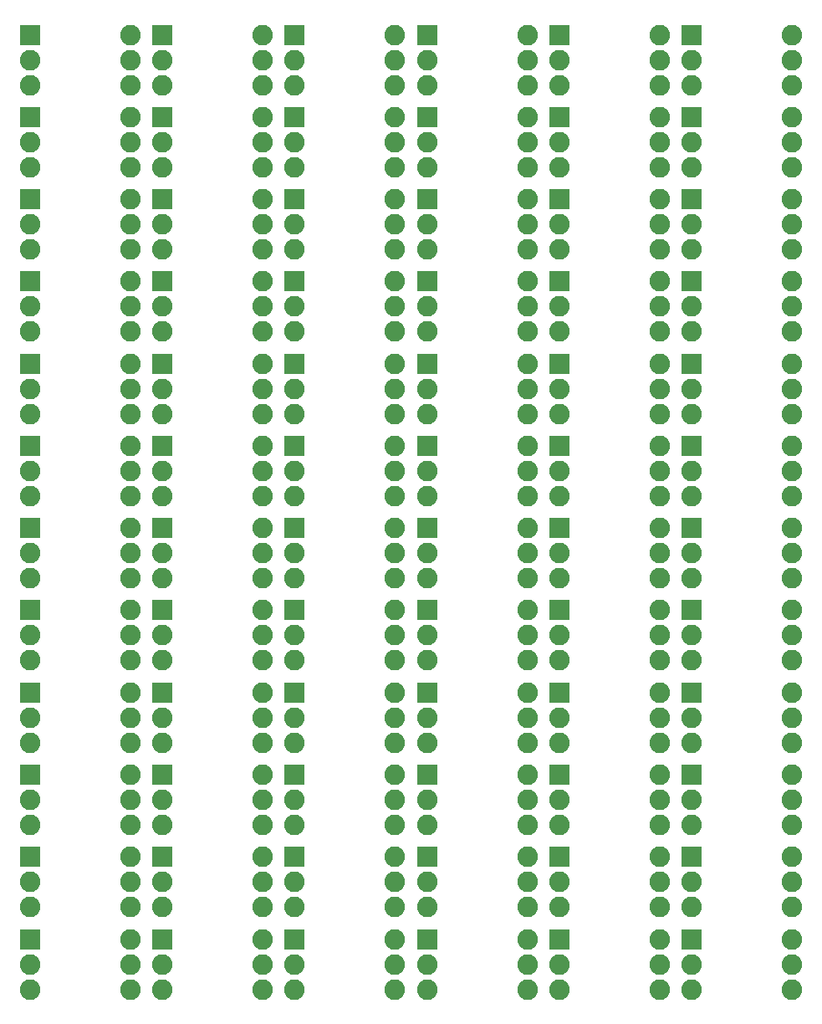
<source format=gbs>
G75*
%MOIN*%
%OFA0B0*%
%FSLAX24Y24*%
%IPPOS*%
%LPD*%
%AMOC8*
5,1,8,0,0,1.08239X$1,22.5*
%
%ADD10R,0.0820X0.0820*%
%ADD11C,0.0820*%
D10*
X002180Y002800D03*
X002180Y006076D03*
X002180Y009351D03*
X002180Y012627D03*
X002180Y015902D03*
X002180Y019178D03*
X002180Y022454D03*
X002180Y025729D03*
X002180Y029005D03*
X002180Y032280D03*
X002180Y035556D03*
X002180Y038831D03*
X007455Y038831D03*
X007455Y035556D03*
X007455Y032280D03*
X007455Y029005D03*
X007455Y025729D03*
X007455Y022454D03*
X007455Y019178D03*
X007455Y015902D03*
X007455Y012627D03*
X007455Y009351D03*
X007455Y006076D03*
X007455Y002800D03*
X012731Y002800D03*
X012731Y006076D03*
X012731Y009351D03*
X012731Y012627D03*
X012731Y015902D03*
X012731Y019178D03*
X012731Y022454D03*
X012731Y025729D03*
X012731Y029005D03*
X012731Y032280D03*
X012731Y035556D03*
X012731Y038831D03*
X018007Y038831D03*
X018007Y035556D03*
X018007Y032280D03*
X018007Y029005D03*
X018007Y025729D03*
X018007Y022454D03*
X018007Y019178D03*
X018007Y015902D03*
X018007Y012627D03*
X018007Y009351D03*
X018007Y006076D03*
X018007Y002800D03*
X023282Y002800D03*
X023282Y006076D03*
X023282Y009351D03*
X023282Y012627D03*
X023282Y015902D03*
X023282Y019178D03*
X023282Y022454D03*
X023282Y025729D03*
X023282Y029005D03*
X023282Y032280D03*
X023282Y035556D03*
X023282Y038831D03*
X028558Y038831D03*
X028558Y035556D03*
X028558Y032280D03*
X028558Y029005D03*
X028558Y025729D03*
X028558Y022454D03*
X028558Y019178D03*
X028558Y015902D03*
X028558Y012627D03*
X028558Y009351D03*
X028558Y006076D03*
X028558Y002800D03*
D11*
X002180Y000800D03*
X002180Y001800D03*
X002180Y004076D03*
X002180Y005076D03*
X002180Y007351D03*
X002180Y008351D03*
X002180Y010627D03*
X002180Y011627D03*
X002180Y013902D03*
X002180Y014902D03*
X002180Y017178D03*
X002180Y018178D03*
X002180Y020454D03*
X002180Y021454D03*
X002180Y023729D03*
X002180Y024729D03*
X002180Y027005D03*
X002180Y028005D03*
X002180Y030280D03*
X002180Y031280D03*
X002180Y033556D03*
X002180Y034556D03*
X002180Y036831D03*
X002180Y037831D03*
X006180Y037831D03*
X006180Y036831D03*
X006180Y035556D03*
X006180Y034556D03*
X006180Y033556D03*
X006180Y032280D03*
X006180Y031280D03*
X006180Y030280D03*
X006180Y029005D03*
X006180Y028005D03*
X006180Y027005D03*
X006180Y025729D03*
X006180Y024729D03*
X006180Y023729D03*
X007455Y023729D03*
X007455Y024729D03*
X007455Y027005D03*
X007455Y028005D03*
X007455Y030280D03*
X007455Y031280D03*
X007455Y033556D03*
X007455Y034556D03*
X007455Y036831D03*
X007455Y037831D03*
X006180Y038831D03*
X011455Y038831D03*
X011455Y037831D03*
X011455Y036831D03*
X011455Y035556D03*
X011455Y034556D03*
X011455Y033556D03*
X011455Y032280D03*
X011455Y031280D03*
X011455Y030280D03*
X011455Y029005D03*
X011455Y028005D03*
X011455Y027005D03*
X011455Y025729D03*
X011455Y024729D03*
X011455Y023729D03*
X011455Y022454D03*
X011455Y021454D03*
X011455Y020454D03*
X011455Y019178D03*
X011455Y018178D03*
X011455Y017178D03*
X011455Y015902D03*
X011455Y014902D03*
X011455Y013902D03*
X011455Y012627D03*
X011455Y011627D03*
X011455Y010627D03*
X011455Y009351D03*
X011455Y008351D03*
X011455Y007351D03*
X011455Y006076D03*
X011455Y005076D03*
X011455Y004076D03*
X011455Y002800D03*
X011455Y001800D03*
X011455Y000800D03*
X012731Y000800D03*
X012731Y001800D03*
X012731Y004076D03*
X012731Y005076D03*
X012731Y007351D03*
X012731Y008351D03*
X012731Y010627D03*
X012731Y011627D03*
X012731Y013902D03*
X012731Y014902D03*
X012731Y017178D03*
X012731Y018178D03*
X012731Y020454D03*
X012731Y021454D03*
X012731Y023729D03*
X012731Y024729D03*
X012731Y027005D03*
X012731Y028005D03*
X012731Y030280D03*
X012731Y031280D03*
X012731Y033556D03*
X012731Y034556D03*
X012731Y036831D03*
X012731Y037831D03*
X016731Y037831D03*
X016731Y036831D03*
X016731Y035556D03*
X016731Y034556D03*
X016731Y033556D03*
X018007Y033556D03*
X018007Y034556D03*
X018007Y036831D03*
X018007Y037831D03*
X016731Y038831D03*
X022007Y038831D03*
X022007Y037831D03*
X022007Y036831D03*
X022007Y035556D03*
X022007Y034556D03*
X022007Y033556D03*
X022007Y032280D03*
X022007Y031280D03*
X022007Y030280D03*
X022007Y029005D03*
X022007Y028005D03*
X022007Y027005D03*
X022007Y025729D03*
X022007Y024729D03*
X022007Y023729D03*
X023282Y023729D03*
X023282Y024729D03*
X023282Y027005D03*
X023282Y028005D03*
X023282Y030280D03*
X023282Y031280D03*
X023282Y033556D03*
X023282Y034556D03*
X023282Y036831D03*
X023282Y037831D03*
X027282Y037831D03*
X027282Y036831D03*
X027282Y035556D03*
X027282Y034556D03*
X027282Y033556D03*
X027282Y032280D03*
X027282Y031280D03*
X027282Y030280D03*
X027282Y029005D03*
X027282Y028005D03*
X027282Y027005D03*
X027282Y025729D03*
X027282Y024729D03*
X027282Y023729D03*
X027282Y022454D03*
X027282Y021454D03*
X027282Y020454D03*
X027282Y019178D03*
X027282Y018178D03*
X027282Y017178D03*
X027282Y015902D03*
X027282Y014902D03*
X027282Y013902D03*
X027282Y012627D03*
X027282Y011627D03*
X027282Y010627D03*
X027282Y009351D03*
X027282Y008351D03*
X027282Y007351D03*
X027282Y006076D03*
X027282Y005076D03*
X027282Y004076D03*
X027282Y002800D03*
X027282Y001800D03*
X027282Y000800D03*
X028558Y000800D03*
X028558Y001800D03*
X028558Y004076D03*
X028558Y005076D03*
X028558Y007351D03*
X028558Y008351D03*
X028558Y010627D03*
X028558Y011627D03*
X028558Y013902D03*
X028558Y014902D03*
X028558Y017178D03*
X028558Y018178D03*
X028558Y020454D03*
X028558Y021454D03*
X028558Y023729D03*
X028558Y024729D03*
X028558Y027005D03*
X028558Y028005D03*
X028558Y030280D03*
X028558Y031280D03*
X028558Y033556D03*
X028558Y034556D03*
X028558Y036831D03*
X028558Y037831D03*
X027282Y038831D03*
X032558Y038831D03*
X032558Y037831D03*
X032558Y036831D03*
X032558Y035556D03*
X032558Y034556D03*
X032558Y033556D03*
X032558Y032280D03*
X032558Y031280D03*
X032558Y030280D03*
X032558Y029005D03*
X032558Y028005D03*
X032558Y027005D03*
X032558Y025729D03*
X032558Y024729D03*
X032558Y023729D03*
X032558Y022454D03*
X032558Y021454D03*
X032558Y020454D03*
X032558Y019178D03*
X032558Y018178D03*
X032558Y017178D03*
X032558Y015902D03*
X032558Y014902D03*
X032558Y013902D03*
X032558Y012627D03*
X032558Y011627D03*
X032558Y010627D03*
X032558Y009351D03*
X032558Y008351D03*
X032558Y007351D03*
X032558Y006076D03*
X032558Y005076D03*
X032558Y004076D03*
X032558Y002800D03*
X032558Y001800D03*
X032558Y000800D03*
X023282Y000800D03*
X023282Y001800D03*
X022007Y001800D03*
X022007Y000800D03*
X022007Y002800D03*
X022007Y004076D03*
X022007Y005076D03*
X022007Y006076D03*
X022007Y007351D03*
X022007Y008351D03*
X022007Y009351D03*
X022007Y010627D03*
X022007Y011627D03*
X022007Y012627D03*
X022007Y013902D03*
X022007Y014902D03*
X022007Y015902D03*
X022007Y017178D03*
X022007Y018178D03*
X022007Y019178D03*
X022007Y020454D03*
X022007Y021454D03*
X022007Y022454D03*
X023282Y021454D03*
X023282Y020454D03*
X023282Y018178D03*
X023282Y017178D03*
X023282Y014902D03*
X023282Y013902D03*
X023282Y011627D03*
X023282Y010627D03*
X023282Y008351D03*
X023282Y007351D03*
X023282Y005076D03*
X023282Y004076D03*
X018007Y004076D03*
X018007Y005076D03*
X016731Y005076D03*
X016731Y004076D03*
X016731Y002800D03*
X016731Y001800D03*
X016731Y000800D03*
X018007Y000800D03*
X018007Y001800D03*
X016731Y006076D03*
X016731Y007351D03*
X016731Y008351D03*
X016731Y009351D03*
X016731Y010627D03*
X016731Y011627D03*
X016731Y012627D03*
X018007Y011627D03*
X018007Y010627D03*
X018007Y008351D03*
X018007Y007351D03*
X018007Y013902D03*
X018007Y014902D03*
X016731Y014902D03*
X016731Y013902D03*
X016731Y015902D03*
X016731Y017178D03*
X016731Y018178D03*
X016731Y019178D03*
X016731Y020454D03*
X016731Y021454D03*
X016731Y022454D03*
X018007Y021454D03*
X018007Y020454D03*
X018007Y018178D03*
X018007Y017178D03*
X018007Y023729D03*
X018007Y024729D03*
X016731Y024729D03*
X016731Y023729D03*
X016731Y025729D03*
X016731Y027005D03*
X016731Y028005D03*
X016731Y029005D03*
X016731Y030280D03*
X016731Y031280D03*
X016731Y032280D03*
X018007Y031280D03*
X018007Y030280D03*
X018007Y028005D03*
X018007Y027005D03*
X007455Y021454D03*
X007455Y020454D03*
X006180Y020454D03*
X006180Y021454D03*
X006180Y022454D03*
X006180Y019178D03*
X006180Y018178D03*
X006180Y017178D03*
X006180Y015902D03*
X006180Y014902D03*
X006180Y013902D03*
X006180Y012627D03*
X006180Y011627D03*
X006180Y010627D03*
X006180Y009351D03*
X006180Y008351D03*
X006180Y007351D03*
X006180Y006076D03*
X006180Y005076D03*
X006180Y004076D03*
X006180Y002800D03*
X006180Y001800D03*
X006180Y000800D03*
X007455Y000800D03*
X007455Y001800D03*
X007455Y004076D03*
X007455Y005076D03*
X007455Y007351D03*
X007455Y008351D03*
X007455Y010627D03*
X007455Y011627D03*
X007455Y013902D03*
X007455Y014902D03*
X007455Y017178D03*
X007455Y018178D03*
M02*

</source>
